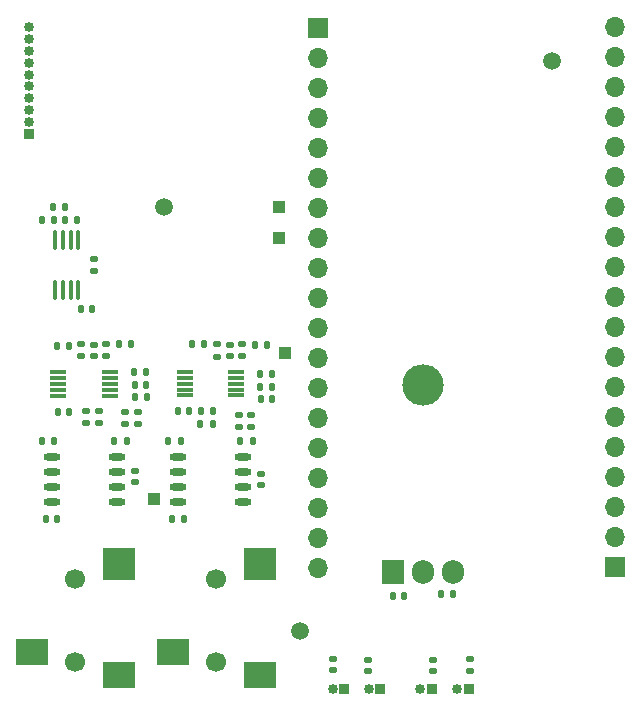
<source format=gbr>
%TF.GenerationSoftware,KiCad,Pcbnew,7.0.2-0*%
%TF.CreationDate,2023-06-05T11:27:31+02:00*%
%TF.ProjectId,Quest_EMG,51756573-745f-4454-9d47-2e6b69636164,rev?*%
%TF.SameCoordinates,Original*%
%TF.FileFunction,Soldermask,Top*%
%TF.FilePolarity,Negative*%
%FSLAX46Y46*%
G04 Gerber Fmt 4.6, Leading zero omitted, Abs format (unit mm)*
G04 Created by KiCad (PCBNEW 7.0.2-0) date 2023-06-05 11:27:31*
%MOMM*%
%LPD*%
G01*
G04 APERTURE LIST*
G04 Aperture macros list*
%AMRoundRect*
0 Rectangle with rounded corners*
0 $1 Rounding radius*
0 $2 $3 $4 $5 $6 $7 $8 $9 X,Y pos of 4 corners*
0 Add a 4 corners polygon primitive as box body*
4,1,4,$2,$3,$4,$5,$6,$7,$8,$9,$2,$3,0*
0 Add four circle primitives for the rounded corners*
1,1,$1+$1,$2,$3*
1,1,$1+$1,$4,$5*
1,1,$1+$1,$6,$7*
1,1,$1+$1,$8,$9*
0 Add four rect primitives between the rounded corners*
20,1,$1+$1,$2,$3,$4,$5,0*
20,1,$1+$1,$4,$5,$6,$7,0*
20,1,$1+$1,$6,$7,$8,$9,0*
20,1,$1+$1,$8,$9,$2,$3,0*%
G04 Aperture macros list end*
%ADD10C,1.500000*%
%ADD11RoundRect,0.135000X-0.185000X0.135000X-0.185000X-0.135000X0.185000X-0.135000X0.185000X0.135000X0*%
%ADD12O,1.450000X0.599999*%
%ADD13RoundRect,0.147500X0.172500X-0.147500X0.172500X0.147500X-0.172500X0.147500X-0.172500X-0.147500X0*%
%ADD14RoundRect,0.135000X-0.135000X-0.185000X0.135000X-0.185000X0.135000X0.185000X-0.135000X0.185000X0*%
%ADD15RoundRect,0.140000X-0.140000X-0.170000X0.140000X-0.170000X0.140000X0.170000X-0.140000X0.170000X0*%
%ADD16RoundRect,0.100000X0.100000X-0.712500X0.100000X0.712500X-0.100000X0.712500X-0.100000X-0.712500X0*%
%ADD17R,1.700000X1.700000*%
%ADD18O,1.700000X1.700000*%
%ADD19RoundRect,0.135000X0.185000X-0.135000X0.185000X0.135000X-0.185000X0.135000X-0.185000X-0.135000X0*%
%ADD20RoundRect,0.135000X0.135000X0.185000X-0.135000X0.185000X-0.135000X-0.185000X0.135000X-0.185000X0*%
%ADD21RoundRect,0.140000X0.170000X-0.140000X0.170000X0.140000X-0.170000X0.140000X-0.170000X-0.140000X0*%
%ADD22R,1.400000X0.300000*%
%ADD23O,3.500000X3.500000*%
%ADD24R,1.905000X2.000000*%
%ADD25O,1.905000X2.000000*%
%ADD26C,1.700000*%
%ADD27R,2.800000X2.200000*%
%ADD28R,2.800000X2.800000*%
%ADD29RoundRect,0.140000X0.140000X0.170000X-0.140000X0.170000X-0.140000X-0.170000X0.140000X-0.170000X0*%
%ADD30R,0.850000X0.850000*%
%ADD31O,0.850000X0.850000*%
%ADD32R,1.000000X1.000000*%
%ADD33RoundRect,0.147500X-0.172500X0.147500X-0.172500X-0.147500X0.172500X-0.147500X0.172500X0.147500X0*%
G04 APERTURE END LIST*
D10*
%TO.C,FID1*%
X98181000Y-36843000D03*
%TD*%
D11*
%TO.C,R9*%
X92242000Y-41242000D03*
X92242000Y-42262000D03*
%TD*%
D12*
%TO.C,U2*%
X88714999Y-58039000D03*
X88714999Y-59309000D03*
X88714999Y-60579000D03*
X88714999Y-61849000D03*
X94164998Y-61849000D03*
X94164998Y-60579000D03*
X94164998Y-59309000D03*
X94164998Y-58039000D03*
%TD*%
D13*
%TO.C,D2*%
X112506000Y-76095500D03*
X112506000Y-75125500D03*
%TD*%
D14*
%TO.C,R11*%
X88791000Y-36883000D03*
X89811000Y-36883000D03*
%TD*%
D15*
%TO.C,C12*%
X106368000Y-53137000D03*
X107328000Y-53137000D03*
%TD*%
D16*
%TO.C,U1*%
X88972000Y-43878000D03*
X89622000Y-43878000D03*
X90272000Y-43878000D03*
X90922000Y-43878000D03*
X90922000Y-39653000D03*
X90272000Y-39653000D03*
X89622000Y-39653000D03*
X88972000Y-39653000D03*
%TD*%
D15*
%TO.C,C7*%
X89201000Y-54184000D03*
X90161000Y-54184000D03*
%TD*%
D17*
%TO.C,J1*%
X136350000Y-67310000D03*
D18*
X136350000Y-64770000D03*
X136350000Y-62230000D03*
X136350000Y-59690000D03*
X136350000Y-57150000D03*
X136350000Y-54610000D03*
X136350000Y-52070000D03*
X136350000Y-49530000D03*
X136350000Y-46990000D03*
X136350000Y-44450000D03*
X136350000Y-41910000D03*
X136350000Y-39370000D03*
X136350000Y-36830000D03*
X136350000Y-34290000D03*
X136350000Y-31750000D03*
X136350000Y-29210000D03*
X136350000Y-26670000D03*
X136350000Y-24130000D03*
X136350000Y-21590000D03*
%TD*%
D19*
%TO.C,R25*%
X104807000Y-49493000D03*
X104807000Y-48473000D03*
%TD*%
D20*
%TO.C,R31*%
X102286000Y-54153000D03*
X101266000Y-54153000D03*
%TD*%
D21*
%TO.C,C14*%
X115432000Y-76154000D03*
X115432000Y-75194000D03*
%TD*%
D22*
%TO.C,IC1*%
X89209000Y-50828000D03*
X89209000Y-51328000D03*
X89209000Y-51828000D03*
X89209000Y-52328000D03*
X89209000Y-52828000D03*
X93609000Y-52828000D03*
X93609000Y-52328000D03*
X93609000Y-51828000D03*
X93609000Y-51328000D03*
X93609000Y-50828000D03*
%TD*%
D14*
%TO.C,R10*%
X89811000Y-37996000D03*
X90831000Y-37996000D03*
%TD*%
D15*
%TO.C,C11*%
X95700000Y-51897000D03*
X96660000Y-51897000D03*
%TD*%
D20*
%TO.C,R16*%
X90164000Y-48592000D03*
X89144000Y-48592000D03*
%TD*%
D19*
%TO.C,R12*%
X92657000Y-55165000D03*
X92657000Y-54145000D03*
%TD*%
D23*
%TO.C,U4*%
X120089000Y-51959000D03*
D24*
X117549000Y-67759000D03*
D25*
X120089000Y-67759000D03*
X122629000Y-67759000D03*
%TD*%
D26*
%TO.C,J3*%
X102616000Y-75398000D03*
X102616000Y-68398000D03*
D27*
X98916000Y-74498000D03*
X106316000Y-76498000D03*
D28*
X106316000Y-67098000D03*
%TD*%
D11*
%TO.C,R15*%
X105565000Y-54501000D03*
X105565000Y-55521000D03*
%TD*%
%TO.C,R14*%
X91569000Y-54127000D03*
X91569000Y-55147000D03*
%TD*%
D29*
%TO.C,C16*%
X122609000Y-69598000D03*
X121649000Y-69598000D03*
%TD*%
D15*
%TO.C,C4*%
X98889000Y-63242000D03*
X99849000Y-63242000D03*
%TD*%
D14*
%TO.C,R8*%
X104646000Y-56642000D03*
X105666000Y-56642000D03*
%TD*%
D19*
%TO.C,R13*%
X104489000Y-55506000D03*
X104489000Y-54486000D03*
%TD*%
D30*
%TO.C,BT2*%
X124019000Y-77675000D03*
D31*
X123019000Y-77675000D03*
%TD*%
D19*
%TO.C,R24*%
X93286000Y-49515000D03*
X93286000Y-48495000D03*
%TD*%
D14*
%TO.C,R28*%
X101260000Y-55212000D03*
X102280000Y-55212000D03*
%TD*%
D30*
%TO.C,BT3*%
X120868000Y-77664000D03*
D31*
X119868000Y-77664000D03*
%TD*%
D29*
%TO.C,C5*%
X88826000Y-37969000D03*
X87866000Y-37969000D03*
%TD*%
D32*
%TO.C,TP2*%
X108391000Y-49243000D03*
%TD*%
D30*
%TO.C,J5*%
X86724000Y-30657000D03*
D31*
X86724000Y-29657000D03*
X86724000Y-28657000D03*
X86724000Y-27657000D03*
X86724000Y-26657000D03*
X86724000Y-25657000D03*
X86724000Y-24657000D03*
X86724000Y-23657000D03*
X86724000Y-22657000D03*
X86724000Y-21657000D03*
%TD*%
D10*
%TO.C,FID2*%
X130994000Y-24529000D03*
%TD*%
D20*
%TO.C,R23*%
X107342000Y-52089000D03*
X106322000Y-52089000D03*
%TD*%
D17*
%TO.C,J2*%
X111252000Y-21670000D03*
D18*
X111252000Y-24210000D03*
X111252000Y-26750000D03*
X111252000Y-29290000D03*
X111252000Y-31830000D03*
X111252000Y-34370000D03*
X111252000Y-36910000D03*
X111252000Y-39450000D03*
X111252000Y-41990000D03*
X111252000Y-44530000D03*
X111252000Y-47070000D03*
X111252000Y-49610000D03*
X111252000Y-52150000D03*
X111252000Y-54690000D03*
X111252000Y-57230000D03*
X111252000Y-59770000D03*
X111252000Y-62310000D03*
X111252000Y-64850000D03*
X111252000Y-67390000D03*
%TD*%
D14*
%TO.C,R5*%
X98550000Y-56642000D03*
X99570000Y-56642000D03*
%TD*%
D15*
%TO.C,C2*%
X88166000Y-63246000D03*
X89126000Y-63246000D03*
%TD*%
D14*
%TO.C,R29*%
X105840000Y-48506000D03*
X106860000Y-48506000D03*
%TD*%
%TO.C,R4*%
X93978000Y-56642000D03*
X94998000Y-56642000D03*
%TD*%
D20*
%TO.C,R17*%
X101545000Y-48503000D03*
X100525000Y-48503000D03*
%TD*%
D15*
%TO.C,C8*%
X99355000Y-54152000D03*
X100315000Y-54152000D03*
%TD*%
D14*
%TO.C,R19*%
X106322000Y-51039000D03*
X107342000Y-51039000D03*
%TD*%
D11*
%TO.C,R30*%
X95993000Y-54228000D03*
X95993000Y-55248000D03*
%TD*%
D12*
%TO.C,U3*%
X99382999Y-58039000D03*
X99382999Y-59309000D03*
X99382999Y-60579000D03*
X99382999Y-61849000D03*
X104832998Y-61849000D03*
X104832998Y-60579000D03*
X104832998Y-59309000D03*
X104832998Y-58039000D03*
%TD*%
D22*
%TO.C,IC2*%
X99908000Y-50816000D03*
X99908000Y-51316000D03*
X99908000Y-51816000D03*
X99908000Y-52316000D03*
X99908000Y-52816000D03*
X104308000Y-52816000D03*
X104308000Y-52316000D03*
X104308000Y-51816000D03*
X104308000Y-51316000D03*
X104308000Y-50816000D03*
%TD*%
D30*
%TO.C,BT1*%
X116502000Y-77648000D03*
D31*
X115502000Y-77648000D03*
%TD*%
D30*
%TO.C,BT4*%
X113440000Y-77651000D03*
D31*
X112440000Y-77651000D03*
%TD*%
D32*
%TO.C,TP3*%
X107947000Y-36890000D03*
%TD*%
D19*
%TO.C,R21*%
X102626000Y-49522000D03*
X102626000Y-48502000D03*
%TD*%
D20*
%TO.C,R22*%
X96706000Y-52946000D03*
X95686000Y-52946000D03*
%TD*%
D14*
%TO.C,R27*%
X94325000Y-48485000D03*
X95345000Y-48485000D03*
%TD*%
D19*
%TO.C,R26*%
X94881000Y-55270000D03*
X94881000Y-54250000D03*
%TD*%
D21*
%TO.C,C1*%
X95758000Y-60170000D03*
X95758000Y-59210000D03*
%TD*%
D33*
%TO.C,D1*%
X124058000Y-75149000D03*
X124058000Y-76119000D03*
%TD*%
D14*
%TO.C,R18*%
X95659000Y-50833000D03*
X96679000Y-50833000D03*
%TD*%
D32*
%TO.C,TP1*%
X97329000Y-61597000D03*
%TD*%
D15*
%TO.C,C6*%
X91139000Y-45523000D03*
X92099000Y-45523000D03*
%TD*%
D21*
%TO.C,C13*%
X120940000Y-76164000D03*
X120940000Y-75204000D03*
%TD*%
D15*
%TO.C,C15*%
X117541000Y-69776000D03*
X118501000Y-69776000D03*
%TD*%
D26*
%TO.C,J4*%
X90678000Y-75398000D03*
X90678000Y-68398000D03*
D27*
X86978000Y-74498000D03*
X94378000Y-76498000D03*
D28*
X94378000Y-67098000D03*
%TD*%
D32*
%TO.C,TP4*%
X107948000Y-39492000D03*
%TD*%
D21*
%TO.C,C3*%
X106426000Y-60396000D03*
X106426000Y-59436000D03*
%TD*%
D10*
%TO.C,FID3*%
X109655000Y-72803000D03*
%TD*%
D21*
%TO.C,C9*%
X92215000Y-49499000D03*
X92215000Y-48539000D03*
%TD*%
%TO.C,C10*%
X103738000Y-49484000D03*
X103738000Y-48524000D03*
%TD*%
D19*
%TO.C,R20*%
X91178000Y-49519000D03*
X91178000Y-48499000D03*
%TD*%
D14*
%TO.C,R1*%
X87880000Y-56642000D03*
X88900000Y-56642000D03*
%TD*%
M02*

</source>
